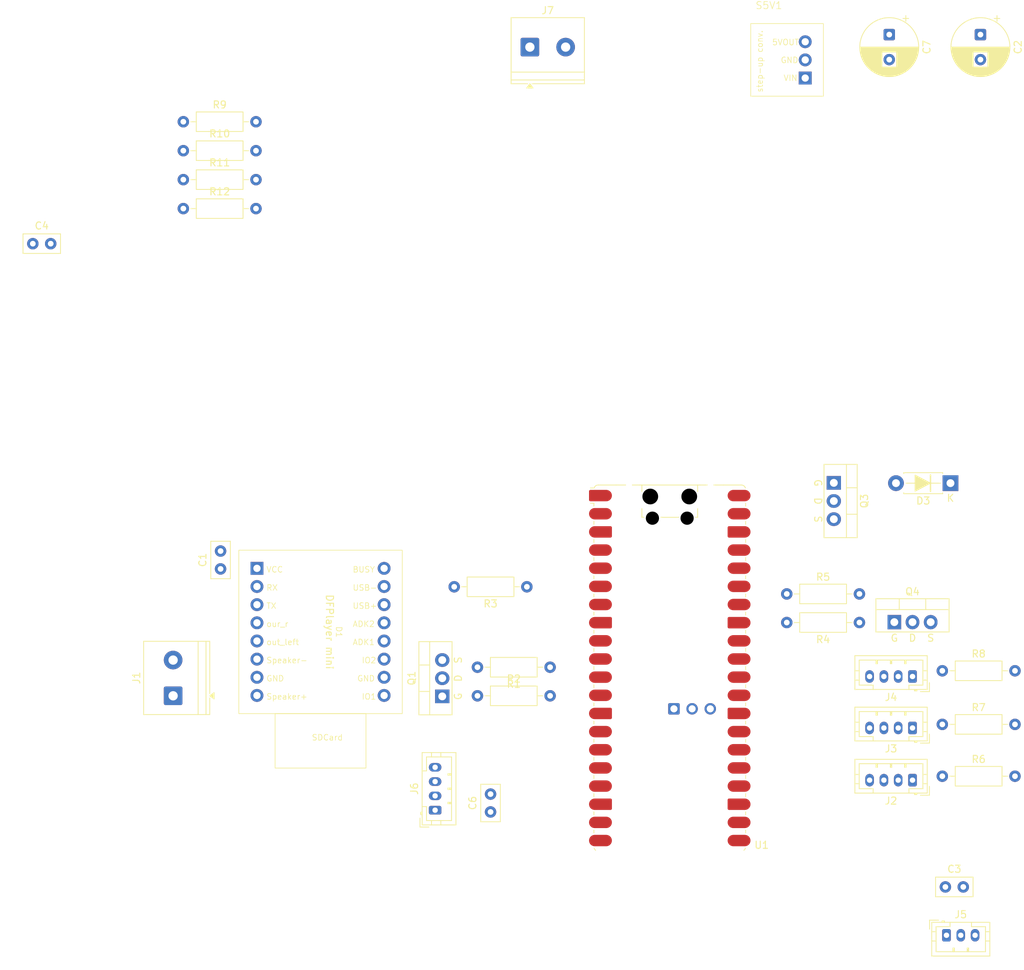
<source format=kicad_pcb>
(kicad_pcb (version 20241229) (generator "pcbnew") (generator_version "9.0")
  (layers (0 "F.Cu" signal) (2 "B.Cu" signal) (13 "F.Paste" user) (15 "B.Paste" user) (5 "F.SilkS" user "F.Silkscreen") (7 "B.SilkS" user "B.Silkscreen") (1 "F.Mask" user) (3 "B.Mask" user) (25 "Edge.Cuts" user))
  (net 0 "")
  (net 1 "GND")
  (net 2 "+5V")
  (net 3 "/VSYS")
  (net 4 "/VBUS")
  (net 5 "/GP19")
  (net 6 "Net-(J7-BAT+)")
  (net 7 "+3.3V")
  (net 9 "Net-(Q1-D)")
  (net 10 "/GP5")
  (net 12 "Net-(D1-USART_RX)")
  (net 14 "Net-(D1-Speaker_-)")
  (net 16 "/GP3")
  (net 21 "Net-(D1-Speaker_+)")
  (net 22 "Net-(J7-BAT-)")
  (net 23 "Net-(Q3-D)")
  (net 24 "Net-(J2-LED_3V3)")
  (net 25 "/GP20")
  (net 26 "Net-(J2-LED_GND)")
  (net 27 "/GP21")
  (net 28 "Net-(J3-LED_3V3)")
  (net 29 "/GP22")
  (net 30 "/GP6")
  (net 31 "/GP4")
  (net 32 "Net-(J4-LED_3V3)")
  (net 33 "/GP27")
  (net 34 "/GP28")
  (net 35 "/GP12")
  (net 36 "/GP13")
  (net 37 "Net-(Q1-G)")
  (net 38 "Net-(Q4-G)")
  (net 39 "/GP26")
  (footprint "Capacitor_THT:C_Disc_D5.0mm_W2.5mm_P2.50mm" (layer "F.Cu") (at 132.5 95 90)
    (property "Reference" "C1" (at 1.25 -2.5 90) (layer "F.SilkS"))
    (property "Value" "100nF_Ceramic")
    (pad "1" thru_hole circle (at 0 0 90) (size 1.6 1.6) (drill 0.8) (layers "*.Cu" "*.Mask") (net 2 "+5V"))
    (pad "2" thru_hole circle (at 2.5 0 90) (size 1.6 1.6) (drill 0.8) (layers "*.Cu" "*.Mask") (net 1 "GND"))
  )
  (footprint "Connector_JST:JST_PH_B4B-PH-K_1x04_P2.00mm_Vertical" (layer "F.Cu") (at 229.25 110.05 180)
    (property "Reference" "J4" (at 3 -2.9 0) (layer "F.SilkS"))
    (property "Value" "BTN_YELLOW")
    (pad "1" thru_hole roundrect (at 0 0 180) (size 1.2 1.75) (drill 0.75) (layers "*.Cu" "*.Mask") (roundrect_rratio 0.208333) (net 26 "Net-(J2-LED_GND)"))
    (pad "2" thru_hole oval (at 2 0 180) (size 1.2 1.75) (drill 0.75) (layers "*.Cu" "*.Mask") (net 32 "Net-(J4-LED_3V3)"))
    (pad "3" thru_hole oval (at 4 0 180) (size 1.2 1.75) (drill 0.75) (layers "*.Cu" "*.Mask") (net 1 "GND"))
    (pad "4" thru_hole oval (at 6 0 180) (size 1.2 1.75) (drill 0.75) (layers "*.Cu" "*.Mask") (net 29 "/GP22"))
  )
  (footprint "Capacitor_THT:C_Disc_D5.0mm_W2.5mm_P2.50mm" (layer "F.Cu") (at 233.85 139.49)
    (property "Reference" "C3" (at 1.25 -2.5 0) (layer "F.SilkS"))
    (property "Value" "100nF_Ceramic")
    (pad "1" thru_hole circle (at 0 0) (size 1.6 1.6) (drill 0.8) (layers "*.Cu" "*.Mask") (net 1 "GND"))
    (pad "2" thru_hole circle (at 2.5 0) (size 1.6 1.6) (drill 0.8) (layers "*.Cu" "*.Mask") (net 2 "+5V"))
  )
  (footprint "Resistor_THT:R_Axial_DIN0207_L6.3mm_D2.5mm_P10.16mm_Horizontal" (layer "F.Cu") (at 233.42 116.75)
    (property "Reference" "R7" (at 5.08 -2.37 0) (layer "F.SilkS"))
    (property "Value" "1K")
    (pad "1" thru_hole circle (at 0 0) (size 1.6 1.6) (drill 0.8) (layers "*.Cu" "*.Mask") (net 28 "Net-(J3-LED_3V3)"))
    (pad "2" thru_hole circle (at 10.16 0) (size 1.6 1.6) (drill 0.8) (layers "*.Cu" "*.Mask") (net 7 "+3.3V"))
  )
  (footprint "Resistor_THT:R_Axial_DIN0207_L6.3mm_D2.5mm_P10.16mm_Horizontal" (layer "F.Cu") (at 127.295302 36.49)
    (property "Reference" "R10" (at 5.08 -2.37 0) (layer "F.SilkS"))
    (property "Value" "1M")
    (pad "1" thru_hole circle (at 0 0) (size 1.6 1.6) (drill 0.8) (layers "*.Cu" "*.Mask") (net 3 "/VSYS"))
    (pad "2" thru_hole circle (at 10.16 0) (size 1.6 1.6) (drill 0.8) (layers "*.Cu" "*.Mask") (net 33 "/GP27"))
  )
  (footprint "Capacitor_THT:CP_Radial_D8.0mm_P3.50mm" (layer "F.Cu") (at 238.75 20.25 -90)
    (property "Reference" "C2" (at 1.75 -5.25 90) (layer "F.SilkS"))
    (property "Value" "470uF_16V")
    (pad "1" thru_hole roundrect (at 0 0 270) (size 1.6 1.6) (drill 0.8) (layers "*.Cu" "*.Mask") (roundrect_rratio 0.15625) (net 2 "+5V"))
    (pad "2" thru_hole circle (at 3.5 0 270) (size 1.6 1.6) (drill 0.8) (layers "*.Cu" "*.Mask") (net 1 "GND"))
  )
  (footprint "Resistor_THT:R_Axial_DIN0207_L6.3mm_D2.5mm_P10.16mm_Horizontal" (layer "F.Cu") (at 233.42 109.25)
    (property "Reference" "R8" (at 5.08 -2.37 0) (layer "F.SilkS"))
    (property "Value" "220ohm")
    (pad "1" thru_hole circle (at 0 0) (size 1.6 1.6) (drill 0.8) (layers "*.Cu" "*.Mask") (net 32 "Net-(J4-LED_3V3)"))
    (pad "2" thru_hole circle (at 10.16 0) (size 1.6 1.6) (drill 0.8) (layers "*.Cu" "*.Mask") (net 7 "+3.3V"))
  )
  (footprint "Resistor_THT:R_Axial_DIN0207_L6.3mm_D2.5mm_P10.16mm_Horizontal" (layer "F.Cu") (at 127.295302 44.59)
    (property "Reference" "R12" (at 5.08 -2.37 0) (layer "F.SilkS"))
    (property "Value" "1M")
    (pad "1" thru_hole circle (at 0 0) (size 1.6 1.6) (drill 0.8) (layers "*.Cu" "*.Mask") (net 4 "/VBUS"))
    (pad "2" thru_hole circle (at 10.16 0) (size 1.6 1.6) (drill 0.8) (layers "*.Cu" "*.Mask") (net 34 "/GP28"))
  )
  (footprint "Resistor_THT:R_Axial_DIN0207_L6.3mm_D2.5mm_P10.16mm_Horizontal" (layer "F.Cu") (at 127.295302 40.54)
    (property "Reference" "R11" (at 5.08 -2.37 0) (layer "F.SilkS"))
    (property "Value" "680k")
    (pad "1" thru_hole circle (at 0 0) (size 1.6 1.6) (drill 0.8) (layers "*.Cu" "*.Mask") (net 34 "/GP28"))
    (pad "2" thru_hole circle (at 10.16 0) (size 1.6 1.6) (drill 0.8) (layers "*.Cu" "*.Mask") (net 1 "GND"))
  )
  (footprint "TerminalBlock_Phoenix:TerminalBlock_Phoenix_PT-1,5-2-5.0-H_1x02_P5.00mm_Horizontal" (layer "F.Cu") (at 175.75 22)
    (property "Reference" "J7" (at 2.5 -5.12 0) (layer "F.SilkS"))
    (property "Value" "BAT - Screw_Terminal_2_P5.00mm")
    (pad "1" thru_hole roundrect (at 0 0) (size 2.6 2.6) (drill 1.3) (layers "*.Cu" "*.Mask") (roundrect_rratio 0.096154) (net 6 "Net-(J7-BAT+)"))
    (pad "2" thru_hole circle (at 5 0) (size 2.6 2.6) (drill 1.3) (layers "*.Cu" "*.Mask") (net 22 "Net-(J7-BAT-)"))
  )
  (footprint "Connector_JST:JST_PH_B4B-PH-K_1x04_P2.00mm_Vertical" (layer "F.Cu") (at 229.25 117.25 180)
    (property "Reference" "J3" (at 3 -2.9 0) (layer "F.SilkS"))
    (property "Value" "BTN BLUE")
    (pad "1" thru_hole roundrect (at 0 0 180) (size 1.2 1.75) (drill 0.75) (layers "*.Cu" "*.Mask") (roundrect_rratio 0.208333) (net 26 "Net-(J2-LED_GND)"))
    (pad "2" thru_hole oval (at 2 0 180) (size 1.2 1.75) (drill 0.75) (layers "*.Cu" "*.Mask") (net 28 "Net-(J3-LED_3V3)"))
    (pad "3" thru_hole oval (at 4 0 180) (size 1.2 1.75) (drill 0.75) (layers "*.Cu" "*.Mask") (net 1 "GND"))
    (pad "4" thru_hole oval (at 6 0 180) (size 1.2 1.75) (drill 0.75) (layers "*.Cu" "*.Mask") (net 27 "/GP21"))
  )
  (footprint "Capacitor_THT:C_Disc_D5.0mm_W2.5mm_P2.50mm" (layer "F.Cu") (at 170.25 129 90)
    (property "Reference" "C6" (at 1.25 -2.5 90) (layer "F.SilkS"))
    (property "Value" "100nF_Ceramic")
    (pad "1" thru_hole circle (at 0 0 90) (size 1.6 1.6) (drill 0.8) (layers "*.Cu" "*.Mask") (net 1 "GND"))
    (pad "2" thru_hole circle (at 2.5 0 90) (size 1.6 1.6) (drill 0.8) (layers "*.Cu" "*.Mask") (net 7 "+3.3V"))
  )
  (footprint "Resistor_THT:R_Axial_DIN0207_L6.3mm_D2.5mm_P10.16mm_Horizontal" (layer "F.Cu") (at 178.58 108.75 180)
    (property "Reference" "R1" (at 5.08 -2.37 0) (layer "F.SilkS"))
    (property "Value" "10k")
    (pad "1" thru_hole circle (at 0 0 180) (size 1.6 1.6) (drill 0.8) (layers "*.Cu" "*.Mask") (net 1 "GND"))
    (pad "2" thru_hole circle (at 10.16 0 180) (size 1.6 1.6) (drill 0.8) (layers "*.Cu" "*.Mask") (net 37 "Net-(Q1-G)"))
  )
  (footprint "Capacitor_THT:CP_Radial_D8.0mm_P3.50mm" (layer "F.Cu") (at 226 20.25 -90)
    (property "Reference" "C7" (at 1.75 -5.25 90) (layer "F.SilkS"))
    (property "Value" "470uF_16V")
    (pad "1" thru_hole roundrect (at 0 0 270) (size 1.6 1.6) (drill 0.8) (layers "*.Cu" "*.Mask") (roundrect_rratio 0.15625) (net 2 "+5V"))
    (pad "2" thru_hole circle (at 3.5 0 270) (size 1.6 1.6) (drill 0.8) (layers "*.Cu" "*.Mask") (net 1 "GND"))
  )
  (footprint "Module:RaspberryPi_Pico_W_SMD_HandSolder" (layer "F.Cu") (at 195.31 108.87)
    (property "Reference" "U1" (at 11.7475 24.765 0) (layer "F.SilkS") (effects (justify left)))
    (property "Value" "Pico")
    (pad "" smd rect (at -8.89 -24.13) (size 3.8 2.2) (drill (offset -0.8 0)) (layers "F.Paste"))
    (pad "" smd rect (at -8.89 -21.59) (size 3.8 2.2) (drill (offset -0.8 0)) (layers "F.Paste"))
    (pad "" smd rect (at -8.89 -19.05) (size 3.8 2.2) (drill (offset -0.8 0)) (layers "F.Paste"))
    (pad "" smd rect (at -8.89 -16.51) (size 3.8 2.2) (drill (offset -0.8 0)) (layers "F.Paste"))
    (pad "" smd rect (at -8.89 -13.97) (size 3.8 2.2) (drill (offset -0.8 0)) (layers "F.Paste"))
    (pad "" smd rect (at -8.89 -11.43) (size 3.8 2.2) (drill (offset -0.8 0)) (layers "F.Paste"))
    (pad "" smd rect (at -8.89 -8.89) (size 3.8 2.2) (drill (offset -0.8 0)) (layers "F.Paste"))
    (pad "" smd rect (at -8.89 -6.35) (size 3.8 2.2) (drill (offset -0.8 0)) (layers "F.Paste"))
    (pad "" smd rect (at -8.89 -3.81) (size 3.8 2.2) (drill (offset -0.8 0)) (layers "F.Paste"))
    (pad "" smd rect (at -8.89 -1.27) (size 3.8 2.2) (drill (offset -0.8 0)) (layers "F.Paste"))
    (pad "" smd rect (at -8.89 1.27) (size 3.8 2.2) (drill (offset -0.8 0)) (layers "F.Paste"))
    (pad "" smd rect (at -8.89 3.81) (size 3.8 2.2) (drill (offset -0.8 0)) (layers "F.Paste"))
    (pad "" smd rect (at -8.89 6.35) (size 3.8 2.2) (drill (offset -0.8 0)) (layers "F.Paste"))
    (pad "" smd rect (at -8.89 8.89) (size 3.8 2.2) (drill (offset -0.8 0)) (layers "F.Paste"))
    (pad "" smd rect (at -8.89 11.43) (size 3.8 2.2) (drill (offset -0.8 0)) (layers "F.Paste"))
    (pad "" smd rect (at -8.89 13.97) (size 3.8 2.2) (drill (offset -0.8 0)) (layers "F.Paste"))
    (pad "" smd rect (at -8.89 16.51) (size 3.8 2.2) (drill (offset -0.8 0)) (layers "F.Paste"))
    (pad "" smd rect (at -8.89 19.05) (size 3.8 2.2) (drill (offset -0.8 0)) (layers "F.Paste"))
    (pad "" smd rect (at -8.89 21.59) (size 3.8 2.2) (drill (offset -0.8 0)) (layers "F.Paste"))
    (pad "" smd rect (at -8.89 24.13) (size 3.8 2.2) (drill (offset -0.8 0)) (layers "F.Paste"))
    (pad "" np_thru_hole circle (at -2.725 -24) (size 2.2 2.2) (drill 2.2) (layers "*.Mask"))
    (pad "" np_thru_hole circle (at -2.425 -20.97) (size 1.85 1.85) (drill 1.85) (layers "*.Mask"))
    (pad "" np_thru_hole circle (at 2.425 -20.97) (size 1.85 1.85) (drill 1.85) (layers "*.Mask"))
    (pad "" np_thru_hole circle (at 2.725 -24) (size 2.2 2.2) (drill 2.2) (layers "*.Mask"))
    (pad "" smd rect (at 8.89 -24.13) (size 3.8 2.2) (drill (offset 0.8 0)) (layers "F.Paste"))
    (pad "" smd rect (at 8.89 -21.59) (size 3.8 2.2) (drill (offset 0.8 0)) (layers "F.Paste"))
    (pad "" smd rect (at 8.89 -19.05) (size 3.8 2.2) (drill (offset 0.8 0)) (layers "F.Paste"))
    (pad "" smd rect (at 8.89 -16.51) (size 3.8 2.2) (drill (offset 0.8 0)) (layers "F.Paste"))
    (pad "" smd rect (at 8.89 -13.97) (size 3.8 2.2) (drill (offset 0.8 0)) (layers "F.Paste"))
    (pad "" smd rect (at 8.89 -11.43) (size 3.8 2.2) (drill (offset 0.8 0)) (layers "F.Paste"))
    (pad "" smd rect (at 8.89 -8.89) (size 3.8 2.2) (drill (offset 0.8 0)) (layers "F.Paste"))
    (pad "" smd rect (at 8.89 -6.35) (size 3.8 2.2) (drill (offset 0.8 0)) (layers "F.Paste"))
    (pad "" smd rect (at 8.89 -3.81) (size 3.8 2.2) (drill (offset 0.8 0)) (layers "F.Paste"))
    (pad "" smd rect (at 8.89 -1.27) (size 3.8 2.2) (drill (offset 0.8 0)) (layers "F.Paste"))
    (pad "" smd rect (at 8.89 1.27) (size 3.8 2.2) (drill (offset 0.8 0)) (layers "F.Paste"))
    (pad "" smd rect (at 8.89 3.81) (size 3.8 2.2) (drill (offset 0.8 0)) (layers "F.Paste"))
    (pad "" smd rect (at 8.89 6.35) (size 3.8 2.2) (drill (offset 0.8 0)) (layers "F.Paste"))
    (pad "" smd rect (at 8.89 8.89) (size 3.8 2.2) (drill (offset 0.8 0)) (layers "F.Paste"))
    (pad "" smd rect (at 8.89 11.43) (size 3.8 2.2) (drill (offset 0.8 0)) (layers "F.Paste"))
    (pad "" smd rect (at 8.89 13.97) (size 3.8 2.2) (drill (offset 0.8 0)) (layers "F.Paste"))
    (pad "" smd rect (at 8.89 16.51) (size 3.8 2.2) (drill (offset 0.8 0)) (layers "F.Paste"))
    (pad "" smd rect (at 8.89 19.05) (size 3.8 2.2) (drill (offset 0.8 0)) (layers "F.Paste"))
    (pad "" smd rect (at 8.89 21.59) (size 3.8 2.2) (drill (offset 0.8 0)) (layers "F.Paste"))
    (pad "" smd rect (at 8.89 24.13) (size 3.8 2.2) (drill (offset 0.8 0)) (layers "F.Paste"))
    (pad "1" smd custom (at -9.69 -24.13) (size 1.6 0.8) (layers "F.Cu" "F.Mask") (options (clearance outline) (anchor rect)) (primitives (gr_circle (center 0.8 0) (end 1.6 0) (width 0) (fill yes)) (gr_poly (pts (xy -1.6 -0.6) (xy -1.6 0.6) (xy -1.4 0.8) (xy 0.8 0.8) (xy 0.8 -0.8) (xy -1.4 -0.8)) (width 0) (fill yes)) (gr_circle (center -1.4 -0.6) (end -1.2 -0.6) (width 0) (fill yes)) (gr_circle (center -1.4 0.6) (end -1.2 0.6) (width 0) (fill yes))))
    (pad "2" smd roundrect (at -9.69 -21.59) (size 3.2 1.6) (layers "F.Cu" "F.Mask") (roundrect_rratio 0.5))
    (pad "3" smd custom (at -9.69 -19.05) (size 1.6 0.8) (layers "F.Cu" "F.Mask") (net 1 "GND") (options (clearance outline) (anchor rect)) (primitives (gr_circle (center -0.8 0) (end 0 0) (width 0) (fill yes)) (gr_poly (pts (xy 1.6 -0.6) (xy 1.6 0.6) (xy 1.4 0.8) (xy -0.8 0.8) (xy -0.8 -0.8) (xy 1.4 -0.8)) (width 0) (fill yes)) (gr_circle (center 1.4 -0.6) (end 1.6 -0.6) (width 0) (fill yes)) (gr_circle (center 1.4 0.6) (end 1.6 0.6) (width 0) (fill yes))))
    (pad "4" smd roundrect (at -9.69 -16.51) (size 3.2 1.6) (layers "F.Cu" "F.Mask") (roundrect_rratio 0.5))
    (pad "5" smd roundrect (at -9.69 -13.97) (size 3.2 1.6) (layers "F.Cu" "F.Mask") (roundrect_rratio 0.5) (net 16 "/GP3"))
    (pad "6" smd roundrect (at -9.69 -11.43) (size 3.2 1.6) (layers "F.Cu" "F.Mask") (roundrect_rratio 0.5) (net 31 "/GP4"))
    (pad "7" smd roundrect (at -9.69 -8.89) (size 3.2 1.6) (layers "F.Cu" "F.Mask") (roundrect_rratio 0.5) (net 10 "/GP5"))
    (pad "8" smd custom (at -9.69 -6.35) (size 1.6 0.8) (layers "F.Cu" "F.Mask") (net 1 "GND") (options (clearance outline) (anchor rect)) (primitives (gr_circle (center -0.8 0) (end 0 0) (width 0) (fill yes)) (gr_poly (pts (xy 1.6 -0.6) (xy 1.6 0.6) (xy 1.4 0.8) (xy -0.8 0.8) (xy -0.8 -0.8) (xy 1.4 -0.8)) (width 0) (fill yes)) (gr_circle (center 1.4 -0.6) (end 1.6 -0.6) (width 0) (fill yes)) (gr_circle (center 1.4 0.6) (end 1.6 0.6) (width 0) (fill yes))))
    (pad "9" smd roundrect (at -9.69 -3.81) (size 3.2 1.6) (layers "F.Cu" "F.Mask") (roundrect_rratio 0.5) (net 30 "/GP6"))
    (pad "10" smd roundrect (at -9.69 -1.27) (size 3.2 1.6) (layers "F.Cu" "F.Mask") (roundrect_rratio 0.5))
    (pad "11" smd roundrect (at -9.69 1.27) (size 3.2 1.6) (layers "F.Cu" "F.Mask") (roundrect_rratio 0.5))
    (pad "12" smd roundrect (at -9.69 3.81) (size 3.2 1.6) (layers "F.Cu" "F.Mask") (roundrect_rratio 0.5))
    (pad "13" smd custom (at -9.69 6.35) (size 1.6 0.8) (layers "F.Cu" "F.Mask") (net 1 "GND") (options (clearance outline) (anchor rect)) (primitives (gr_circle (center -0.8 0) (end 0 0) (width 0) (fill yes)) (gr_poly (pts (xy 1.6 -0.6) (xy 1.6 0.6) (xy 1.4 0.8) (xy -0.8 0.8) (xy -0.8 -0.8) (xy 1.4 -0.8)) (width 0) (fill yes)) (gr_circle (center 1.4 -0.6) (end 1.6 -0.6) (width 0) (fill yes)) (gr_circle (center 1.4 0.6) (end 1.6 0.6) (width 0) (fill yes))))
    (pad "14" smd roundrect (at -9.69 8.89) (size 3.2 1.6) (layers "F.Cu" "F.Mask") (roundrect_rratio 0.5))
    (pad "15" smd roundrect (at -9.69 11.43) (size 3.2 1.6) (layers "F.Cu" "F.Mask") (roundrect_rratio 0.5))
    (pad "16" smd roundrect (at -9.69 13.97) (size 3.2 1.6) (layers "F.Cu" "F.Mask") (roundrect_rratio 0.5) (net 35 "/GP12"))
    (pad "17" smd roundrect (at -9.69 16.51) (size 3.2 1.6) (layers "F.Cu" "F.Mask") (roundrect_rratio 0.5) (net 36 "/GP13"))
    (pad "18" smd custom (at -9.69 19.05) (size 1.6 0.8) (layers "F.Cu" "F.Mask") (net 1 "GND") (options (clearance outline) (anchor rect)) (primitives (gr_circle (center -0.8 0) (end 0 0) (width 0) (fill yes)) (gr_poly (pts (xy 1.6 -0.6) (xy 1.6 0.6) (xy 1.4 0.8) (xy -0.8 0.8) (xy -0.8 -0.8) (xy 1.4 -0.8)) (width 0) (fill yes)) (gr_circle (center 1.4 -0.6) (end 1.6 -0.6) (width 0) (fill yes)) (gr_circle (center 1.4 0.6) (end 1.6 0.6) (width 0) (fill yes))))
    (pad "19" smd roundrect (at -9.69 21.59) (size 3.2 1.6) (layers "F.Cu" "F.Mask") (roundrect_rratio 0.5))
    (pad "20" smd roundrect (at -9.69 24.13) (size 3.2 1.6) (layers "F.Cu" "F.Mask") (roundrect_rratio 0.5))
    (pad "21" smd roundrect (at 9.69 24.13) (size 3.2 1.6) (layers "F.Cu" "F.Mask") (roundrect_rratio 0.5))
    (pad "22" smd roundrect (at 9.69 21.59) (size 3.2 1.6) (layers "F.Cu" "F.Mask") (roundrect_rratio 0.5))
    (pad "23" smd custom (at 9.69 19.05) (size 1.6 0.8) (layers "F.Cu" "F.Mask") (net 1 "GND") (options (clearance outline) (anchor rect)) (primitives (gr_circle (center 0.8 0) (end 1.6 0) (width 0) (fill yes)) (gr_poly (pts (xy -1.6 -0.6) (xy -1.6 0.6) (xy -1.4 0.8) (xy 0.8 0.8) (xy 0.8 -0.8) (xy -1.4 -0.8)) (width 0) (fill yes)) (gr_circle (center -1.4 -0.6) (end -1.2 -0.6) (width 0) (fill yes)) (gr_circle (center -1.4 0.6) (end -1.2 0.6) (width 0) (fill yes))))
    (pad "24" smd roundrect (at 9.69 16.51) (size 3.2 1.6) (layers "F.Cu" "F.Mask") (roundrect_rratio 0.5))
    (pad "25" smd roundrect (at 9.69 13.97) (size 3.2 1.6) (layers "F.Cu" "F.Mask") (roundrect_rratio 0.5) (net 5 "/GP19"))
    (pad "26" smd roundrect (at 9.69 11.43) (size 3.2 1.6) (layers "F.Cu" "F.Mask") (roundrect_rratio 0.5) (net 25 "/GP20"))
    (pad "27" smd roundrect (at 9.69 8.89) (size 3.2 1.6) (layers "F.Cu" "F.Mask") (roundrect_rratio 0.5) (net 27 "/GP21"))
    (pad "28" smd custom (at 9.69 6.35) (size 1.6 0.8) (layers "F.Cu" "F.Mask") (net 1 "GND") (options (clearance outline) (anchor rect)) (primitives (gr_circle (center 0.8 0) (end 1.6 0) (width 0) (fill yes)) (gr_poly (pts (xy -1.6 -0.6) (xy -1.6 0.6) (xy -1.4 0.8) (xy 0.8 0.8) (xy 0.8 -0.8) (xy -1.4 -0.8)) (width 0) (fill yes)) (gr_circle (center -1.4 -0.6) (end -1.2 -0.6) (width 0) (fill yes)) (gr_circle (center -1.4 0.6) (end -1.2 0.6) (width 0) (fill yes))))
    (pad "29" smd roundrect (at 9.69 3.81) (size 3.2 1.6) (layers "F.Cu" "F.Mask") (roundrect_rratio 0.5) (net 29 "/GP22"))
    (pad "30" smd roundrect (at 9.69 1.27) (size 3.2 1.6) (layers "F.Cu" "F.Mask") (roundrect_rratio 0.5))
    (pad "31" smd roundrect (at 9.69 -1.27) (size 3.2 1.6) (layers "F.Cu" "F.Mask") (roundrect_rratio 0.5) (net 39 "/GP26"))
    (pad "32" smd roundrect (at 9.69 -3.81) (size 3.2 1.6) (layers "F.Cu" "F.Mask") (roundrect_rratio 0.5) (net 33 "/GP27"))
    (pad "33" smd custom (at 9.69 -6.35) (size 1.6 0.8) (layers "F.Cu" "F.Mask") (options (clearance outline) (anchor rect)) (primitives (gr_circle (center 0.8 0) (end 1.6 0) (width 0) (fill yes)) (gr_poly (pts (xy -1.6 -0.6) (xy -1.6 0.6) (xy -1.4 0.8) (xy 0.8 0.8) (xy 0.8 -0.8) (xy -1.4 -0.8)) (width 0) (fill yes)) (gr_circle (center -1.4 -0.6) (end -1.2 -0.6) (width 0) (fill yes)) (gr_circle (center -1.4 0.6) (end -1.2 0.6) (width 0) (fill yes))))
    (pad "34" smd roundrect (at 9.69 -8.89) (size 3.2 1.6) (layers "F.Cu" "F.Mask") (roundrect_rratio 0.5) (net 4 "/VBUS"))
    (pad "35" smd roundrect (at 9.69 -11.43) (size 3.2 1.6) (layers "F.Cu" "F.Mask") (roundrect_rratio 0.5))
    (pad "36" smd roundrect (at 9.69 -13.97) (size 3.2 1.6) (layers "F.Cu" "F.Mask") (roundrect_rratio 0.5) (net 7 "+3.3V"))
    (pad "37" smd roundrect (at 9.69 -16.51) (size 3.2 1.6) (layers "F.Cu" "F.Mask") (roundrect_rratio 0.5))
    (pad "38" smd custom (at 9.69 -19.05) (size 1.6 0.8) (layers "F.Cu" "F.Mask") (net 1 "GND") (options (clearance outline) (anchor rect)) (primitives (gr_circle (center 0.8 0) (end 1.6 0) (width 0) (fill yes)) (gr_poly (pts (xy -1.6 -0.6) (xy -1.6 0.6) (xy -1.4 0.8) (xy 0.8 0.8) (xy 0.8 -0.8) (xy -1.4 -0.8)) (width 0) (fill yes)) (gr_circle (center -1.4 -0.6) (end -1.2 -0.6) (width 0) (fill yes)) (gr_circle (center -1.4 0.6) (end -1.2 0.6) (width 0) (fill yes))))
    (pad "39" smd roundrect (at 9.69 -21.59) (size 3.2 1.6) (layers "F.Cu" "F.Mask") (roundrect_rratio 0.5) (net 3 "/VSYS"))
    (pad "40" smd roundrect (at 9.69 -24.13) (size 3.2 1.6) (layers "F.Cu" "F.Mask") (roundrect_rratio 0.5) (net 4 "/VBUS"))
    (pad "D1" thru_hole roundrect (at 0.5841 5.7) (size 1.6 1.6) (drill 1) (layers "*.Cu" "*.Mask") (roundrect_rratio 0.125))
    (pad "D2" thru_hole circle (at 3.1241 5.7) (size 1.6 1.6) (drill 1) (layers "*.Cu" "*.Mask"))
    (pad "D3" thru_hole circle (at 5.6641 5.7) (size 1.6 1.6) (drill 1) (layers "*.Cu" "*.Mask"))
  )
  (footprint "Capacitor_THT:C_Disc_D5.0mm_W2.5mm_P2.50mm" (layer "F.Cu") (at 106.25 49.5)
    (property "Reference" "C4" (at 1.25 -2.5 0) (layer "F.SilkS"))
    (property "Value" "100nF_Ceramic")
    (pad "1" thru_hole circle (at 0 0) (size 1.6 1.6) (drill 0.8) (layers "*.Cu" "*.Mask") (net 1 "GND"))
    (pad "2" thru_hole circle (at 2.5 0) (size 1.6 1.6) (drill 0.8) (layers "*.Cu" "*.Mask") (net 2 "+5V"))
  )
  (footprint "common-hobby-things:DFPlayer mini" (layer "F.Cu") (at 147.75 100)
    (property "Reference" "D1" (at 1.3 3.81 270) (layer "F.SilkS") (effects (font (size 0.8 0.8) (thickness 0.1))))
    (property "Value" "DFPlayer mini" (at 0 3.81 270) (layer "F.SilkS"))
    (fp_text user "out_left" (at -8.89 5.715 0) (layer "F.SilkS") (effects (font (size 0.8 0.8) (thickness 0.1)) (justify left bottom)))
    (fp_text user "USB+" (at 3.175 0.635 0) (layer "F.SilkS") (effects (font (size 0.8 0.8) (thickness 0.1)) (justify left bottom)))
    (fp_text user "RX" (at -8.89 -1.905 0) (layer "F.SilkS") (effects (font (size 0.8 0.8) (thickness 0.1)) (justify left bottom)))
    (fp_text user "Speaker-" (at -8.89 8.255 0) (layer "F.SilkS") (effects (font (size 0.8 0.8) (thickness 0.1)) (justify left bottom)))
    (fp_text user "our_r" (at -8.89 3.175 0) (layer "F.SilkS") (effects (font (size 0.8 0.8) (thickness 0.1)) (justify left bottom)))
    (fp_text user "BUSY" (at 3.175 -4.445 0) (layer "F.SilkS") (effects (font (size 0.8 0.8) (thickness 0.1)) (justify left bottom)))
    (fp_text user "GND" (at 3.81 10.795 0) (layer "F.SilkS") (effects (font (size 0.8 0.8) (thickness 0.1)) (justify left bottom)))
    (fp_text user "IO1" (at 4.445 13.335 0) (layer "F.SilkS") (effects (font (size 0.8 0.8) (thickness 0.1)) (justify left bottom)))
    (fp_text user "SDCard" (at -2.54 19.05 0) (layer "F.SilkS") (effects (font (size 0.8 0.8) (thickness 0.1)) (justify left bottom)))
    (fp_text user "GND" (at -8.89 10.795 0) (layer "F.SilkS") (effects (font (size 0.8 0.8) (thickness 0.1)) (justify left bottom)))
    (fp_text user "VCC" (at -8.89 -4.445 0) (layer "F.SilkS") (effects (font (size 0.8 0.8) (thickness 0.1)) (justify left bottom)))
    (fp_text user "TX" (at -8.89 0.635 0) (layer "F.SilkS") (effects (font (size 0.8 0.8) (thickness 0.1)) (justify left bottom)))
    (fp_text user "Speaker+" (at -8.89 13.335 0) (layer "F.SilkS") (effects (font (size 0.8 0.8) (thickness 0.1)) (justify left bottom)))
    (fp_text user "ADK2" (at 3.175 3.175 0) (layer "F.SilkS") (effects (font (size 0.8 0.8) (thickness 0.1)) (justify left bottom)))
    (fp_text user "USB-" (at 3.175 -1.905 0) (layer "F.SilkS") (effects (font (size 0.8 0.8) (thickness 0.1)) (justify left bottom)))
    (fp_text user "ADK1" (at 3.175 5.715 0) (layer "F.SilkS") (effects (font (size 0.8 0.8) (thickness 0.1)) (justify left bottom)))
    (fp_text user "IO2" (at 4.445 8.255 0) (layer "F.SilkS") (effects (font (size 0.8 0.8) (thickness 0.1)) (justify left bottom)))
    (pad "1" thru_hole rect (at -10.16 -5.08) (size 1.8 1.8) (drill 1.02) (layers "*.Cu" "*.Mask") (net 2 "+5V"))
    (pad "2" thru_hole circle (at -10.16 -2.54) (size 1.8 1.8) (drill 1.02) (layers "*.Cu" "*.Mask") (net 12 "Net-(D1-USART_RX)"))
    (pad "3" thru_hole circle (at -10.16 0) (size 1.8 1.8) (drill 1.02) (layers "*.Cu" "*.Mask") (net 10 "/GP5"))
    (pad "4" thru_hole circle (at -10.16 2.54) (size 1.8 1.8) (drill 1.02) (layers "*.Cu" "*.Mask"))
    (pad "5" thru_hole circle (at -10.16 5.08) (size 1.8 1.8) (drill 1.02) (layers "*.Cu" "*.Mask"))
    (pad "6" thru_hole circle (at -10.16 7.62) (size 1.8 1.8) (drill 1.02) (layers "*.Cu" "*.Mask") (net 14 "Net-(D1-Speaker_-)"))
    (pad "7" thru_hole circle (at -10.16 10.16) (size 1.8 1.8) (drill 1.02) (layers "*.Cu" "*.Mask") (net 9 "Net-(Q1-D)"))
    (pad "8" thru_hole circle (at -10.16 12.7) (size 1.8 1.8) (drill 1.02) (layers "*.Cu" "*.Mask") (net 21 "Net-(D1-Speaker_+)"))
    (pad "9" thru_hole circle (at 7.62 -5.08) (size 1.8 1.8) (drill 1.02) (layers "*.Cu" "*.Mask") (net 16 "/GP3"))
    (pad "10" thru_hole circle (at 7.62 -2.54) (size 1.8 1.8) (drill 1.02) (layers "*.Cu" "*.Mask"))
    (pad "11" thru_hole circle (at 7.62 0) (size 1.8 1.8) (drill 1.02) (layers "*.Cu" "*.Mask"))
    (pad "12" thru_hole circle (at 7.62 2.54) (size 1.8 1.8) (drill 1.02) (layers "*.Cu" "*.Mask"))
    (pad "13" thru_hole circle (at 7.62 5.08) (size 1.8 1.8) (drill 1.02) (layers "*.Cu" "*.Mask"))
    (pad "14" thru_hole circle (at 7.62 7.62) (size 1.8 1.8) (drill 1.02) (layers "*.Cu" "*.Mask"))
    (pad "15" thru_hole circle (at 7.62 10.16) (size 1.8 1.8) (drill 1.02) (layers "*.Cu" "*.Mask") (net 9 "Net-(Q1-D)"))
    (pad "16" thru_hole circle (at 7.62 12.7) (size 1.8 1.8) (drill 1.02) (layers "*.Cu" "*.Mask"))
  )
  (footprint "Resistor_THT:R_Axial_DIN0207_L6.3mm_D2.5mm_P10.16mm_Horizontal" (layer "F.Cu") (at 168.42 112.75)
    (property "Reference" "R2" (at 5.08 -2.37 0) (layer "F.SilkS"))
    (property "Value" "100ohm")
    (pad "1" thru_hole circle (at 0 0) (size 1.6 1.6) (drill 0.8) (layers "*.Cu" "*.Mask") (net 37 "Net-(Q1-G)"))
    (pad "2" thru_hole circle (at 10.16 0) (size 1.6 1.6) (drill 0.8) (layers "*.Cu" "*.Mask") (net 30 "/GP6"))
  )
  (footprint "TerminalBlock_Phoenix:TerminalBlock_Phoenix_PT-1,5-2-5.0-H_1x02_P5.00mm_Horizontal" (layer "F.Cu") (at 125.8675 112.75 90)
    (property "Reference" "J1" (at 2.5 -5.12 90) (layer "F.SilkS"))
    (property "Value" "Screw_Terminal_2_P5.00mm")
    (pad "1" thru_hole roundrect (at 0 0 90) (size 2.6 2.6) (drill 1.3) (layers "*.Cu" "*.Mask") (roundrect_rratio 0.096154) (net 21 "Net-(D1-Speaker_+)"))
    (pad "2" thru_hole circle (at 5 0 90) (size 2.6 2.6) (drill 1.3) (layers "*.Cu" "*.Mask") (net 14 "Net-(D1-Speaker_-)"))
  )
  (footprint "Resistor_THT:R_Axial_DIN0207_L6.3mm_D2.5mm_P10.16mm_Horizontal" (layer "F.Cu") (at 127.295302 32.44)
    (property "Reference" "R9" (at 5.08 -2.37 0) (layer "F.SilkS"))
    (property "Value" "680k")
    (pad "1" thru_hole circle (at 0 0) (size 1.6 1.6) (drill 0.8) (layers "*.Cu" "*.Mask") (net 33 "/GP27"))
    (pad "2" thru_hole circle (at 10.16 0) (size 1.6 1.6) (drill 0.8) (layers "*.Cu" "*.Mask") (net 1 "GND"))
  )
  (footprint "Resistor_THT:R_Axial_DIN0207_L6.3mm_D2.5mm_P10.16mm_Horizontal" (layer "F.Cu") (at 211.67 98.5)
    (property "Reference" "R5" (at 5.08 -2.37 0) (layer "F.SilkS"))
    (property "Value" "10k")
    (pad "1" thru_hole circle (at 0 0) (size 1.6 1.6) (drill 0.8) (layers "*.Cu" "*.Mask") (net 1 "GND"))
    (pad "2" thru_hole circle (at 10.16 0) (size 1.6 1.6) (drill 0.8) (layers "*.Cu" "*.Mask") (net 38 "Net-(Q4-G)"))
  )
  (footprint "PCM_Package_TO_SOT_THT_AKL:TO-220-3_Vertical_GDS" (layer "F.Cu") (at 226.71 102.445)
    (property "Reference" "Q4" (at 2.54 -4.27 0) (layer "F.SilkS"))
    (property "Value" "IRLZ44N" (hide yes))
    (fp_text user "D" (at 2.54 2.2225 0) (layer "F.SilkS"))
    (fp_text user "G" (at 0 2.2225 0) (layer "F.SilkS"))
    (fp_text user "S" (at 5.08 2.2225 0) (layer "F.SilkS"))
    (pad "1" thru_hole rect (at 0 0) (size 1.905 2) (drill 1.1) (layers "*.Cu" "*.Mask") (net 38 "Net-(Q4-G)"))
    (pad "2" thru_hole oval (at 2.54 0) (size 1.905 2) (drill 1.1) (layers "*.Cu" "*.Mask") (net 26 "Net-(J2-LED_GND)"))
    (pad "3" thru_hole oval (at 5.08 0) (size 1.905 2) (drill 1.1) (layers "*.Cu" "*.Mask") (net 1 "GND"))
  )
  (footprint "Connector_JST:JST_PH_B3B-PH-K_1x03_P2.00mm_Vertical" (layer "F.Cu") (at 234 146.25)
    (property "Reference" "J5" (at 2 -2.9 0) (layer "F.SilkS"))
    (property "Value" "NEOPIXEL")
    (pad "1" thru_hole roundrect (at 0 0) (size 1.2 1.75) (drill 0.75) (layers "*.Cu" "*.Mask") (roundrect_rratio 0.208333) (net 1 "GND"))
    (pad "2" thru_hole oval (at 2 0) (size 1.2 1.75) (drill 0.75) (layers "*.Cu" "*.Mask") (net 2 "+5V"))
    (pad "3" thru_hole oval (at 4 0) (size 1.2 1.75) (drill 0.75) (layers "*.Cu" "*.Mask") (net 5 "/GP19"))
  )
  (footprint "PCM_Package_TO_SOT_THT_AKL:TO-220-3_Vertical_GDS" (layer "F.Cu") (at 163.5 112.83 90)
    (property "Reference" "Q1" (at 2.54 -4.27 90) (layer "F.SilkS"))
    (property "Value" "IRLZ44N" (hide yes))
    (fp_text user "G" (at 0 2.2225 90) (layer "F.SilkS"))
    (fp_text user "S" (at 5.08 2.2225 90) (layer "F.SilkS"))
    (fp_text user "D" (at 2.54 2.2225 90) (layer "F.SilkS"))
    (pad "1" thru_hole rect (at 0 0 90) (size 1.905 2) (drill 1.1) (layers "*.Cu" "*.Mask") (net 37 "Net-(Q1-G)"))
    (pad "2" thru_hole oval (at 2.54 0 90) (size 1.905 2) (drill 1.1) (layers "*.Cu" "*.Mask") (net 9 "Net-(Q1-D)"))
    (pad "3" thru_hole oval (at 5.08 0 90) (size 1.905 2) (drill 1.1) (layers "*.Cu" "*.Mask") (net 1 "GND"))
  )
  (footprint "Connector_JST:JST_PH_B4B-PH-K_1x04_P2.00mm_Vertical" (layer "F.Cu") (at 229.25 124.55 180)
    (property "Reference" "J2" (at 3 -2.9 0) (layer "F.SilkS"))
    (property "Value" "BTN GREEN")
    (pad "1" thru_hole roundrect (at 0 0 180) (size 1.2 1.75) (drill 0.75) (layers "*.Cu" "*.Mask") (roundrect_rratio 0.208333) (net 26 "Net-(J2-LED_GND)"))
    (pad "2" thru_hole oval (at 2 0 180) (size 1.2 1.75) (drill 0.75) (layers "*.Cu" "*.Mask") (net 24 "Net-(J2-LED_3V3)"))
    (pad "3" thru_hole oval (at 4 0 180) (size 1.2 1.75) (drill 0.75) (layers "*.Cu" "*.Mask") (net 1 "GND"))
    (pad "4" thru_hole oval (at 6 0 180) (size 1.2 1.75) (drill 0.75) (layers "*.Cu" "*.Mask") (net 25 "/GP20"))
  )
  (footprint "Resistor_THT:R_Axial_DIN0207_L6.3mm_D2.5mm_P10.16mm_Horizontal" (layer "F.Cu") (at 175.33 97.5 180)
    (property "Reference" "R3" (at 5.08 -2.37 0) (layer "F.SilkS"))
    (property "Value" "1k")
    (pad "1" thru_hole circle (at 0 0 180) (size 1.6 1.6) (drill 0.8) (layers "*.Cu" "*.Mask") (net 31 "/GP4"))
    (pad "2" thru_hole circle (at 10.16 0 180) (size 1.6 1.6) (drill 0.8) (layers "*.Cu" "*.Mask") (net 12 "Net-(D1-USART_RX)"))
  )
  (footprint "Resistor_THT:R_Axial_DIN0207_L6.3mm_D2.5mm_P10.16mm_Horizontal" (layer "F.Cu") (at 233.42 124)
    (property "Reference" "R6" (at 5.08 -2.37 0) (layer "F.SilkS"))
    (property "Value" "2K2")
    (pad "1" thru_hole circle (at 0 0) (size 1.6 1.6) (drill 0.8) (layers "*.Cu" "*.Mask") (net 24 "Net-(J2-LED_3V3)"))
    (pad "2" thru_hole circle (at 10.16 0) (size 1.6 1.6) (drill 0.8) (layers "*.Cu" "*.Mask") (net 7 "+3.3V"))
  )
  (footprint "common-hobby-things:Pololu step-up converter 2.5-5.5V in 5V out" (layer "F.Cu") (at 209.17 23.79)
    (property "Reference" "S5V1" (at 0 -7.62 0) (layer "F.SilkS") (effects (font (thickness 0.1))))
    (property "Value" "BST CONV 5V")
    (fp_text user "GND" (at 1.6 0.5 0) (layer "F.SilkS") (effects (font (size 0.8 0.8) (thickness 0.1)) (justify left bottom)))
    (fp_text user "5VOUT" (at 0.4 -2 0) (layer "F.SilkS") (effects (font (size 0.8 0.8) (thickness 0.1)) (justify left bottom)))
    (fp_text user "step-up conv." (at -0.8 4.6 90) (layer "F.SilkS") (effects (font (size 0.8 0.8) (thickness 0.1)) (justify left bottom)))
    (fp_text user "VIN" (at 2 3 0) (layer "F.SilkS") (effects (font (size 0.8 0.8) (thickness 0.1)) (justify left bottom)))
    (pad "1" thru_hole rect (at 5.08 2.54 180) (size 1.8 1.8) (drill 1.02) (layers "*.Cu" "*.Mask") (net 3 "/VSYS"))
    (pad "2" thru_hole circle (at 5.08 0 180) (size 1.8 1.8) (drill 1.02) (layers "*.Cu" "*.Mask") (net 1 "GND"))
    (pad "3" thru_hole circle (at 5.08 -2.54 180) (size 1.8 1.8) (drill 1.02) (layers "*.Cu" "*.Mask") (net 2 "+5V"))
  )
  (footprint "Resistor_THT:R_Axial_DIN0207_L6.3mm_D2.5mm_P10.16mm_Horizontal" (layer "F.Cu") (at 221.83 102.5 180)
    (property "Reference" "R4" (at 5.08 -2.37 0) (layer "F.SilkS"))
    (property "Value" "100ohm")
    (pad "1" thru_hole circle (at 0 0 180) (size 1.6 1.6) (drill 0.8) (layers "*.Cu" "*.Mask") (net 38 "Net-(Q4-G)"))
    (pad "2" thru_hole circle (at 10.16 0 180) (size 1.6 1.6) (drill 0.8) (layers "*.Cu" "*.Mask") (net 39 "/GP26"))
  )
  (footprint "PCM_Diode_THT_AKL:D_DO-41_SOD81_P7.62mm_Horizontal" (layer "F.Cu") (at 234.56 83 180)
    (property "Reference" "D3" (at 3.81 -2.47 0) (layer "F.SilkS"))
    (property "Value" "1N5819" (hide yes))
    (fp_text user "K" (at 0 -2.1 0) (layer "F.SilkS"))
    (pad "1" thru_hole rect (at 0 0 180) (size 2.2 2.2) (drill 1.1) (layers "*.Cu" "*.Mask") (net 3 "/VSYS"))
    (pad "2" thru_hole oval (at 7.62 0 180) (size 2.2 2.2) (drill 1.1) (layers "*.Cu" "*.Mask") (net 4 "/VBUS"))
  )
  (footprint "PCM_Package_TO_SOT_THT_AKL:TO-220-3_Vertical_GDS" (layer "F.Cu") (at 218.25 82.96 -90)
    (property "Reference" "Q3" (at 2.54 -4.27 90) (layer "F.SilkS"))
    (property "Value" "IRF9540" (hide yes))
    (fp_text user "G" (at 0 2.2225 270) (layer "F.SilkS"))
    (fp_text user "D" (at 2.54 2.2225 270) (layer "F.SilkS"))
    (fp_text user "S" (at 5.08 2.2225 270) (layer "F.SilkS"))
    (pad "1" thru_hole rect (at 0 0 270) (size 1.905 2) (drill 1.1) (layers "*.Cu" "*.Mask") (net 4 "/VBUS"))
    (pad "2" thru_hole oval (at 2.54 0 270) (size 1.905 2) (drill 1.1) (layers "*.Cu" "*.Mask") (net 23 "Net-(Q3-D)"))
    (pad "3" thru_hole oval (at 5.08 0 270) (size 1.905 2) (drill 1.1) (layers "*.Cu" "*.Mask") (net 3 "/VSYS"))
  )
  (footprint "Connector_JST:JST_PH_B4B-PH-K_1x04_P2.00mm_Vertical" (layer "F.Cu") (at 162.5 128.75 90)
    (property "Reference" "J6" (at 3 -2.9 90) (layer "F.SilkS"))
    (property "Value" "OLED")
    (pad "1" thru_hole roundrect (at 0 0 90) (size 1.2 1.75) (drill 0.75) (layers "*.Cu" "*.Mask") (roundrect_rratio 0.208333) (net 1 "GND"))
    (pad "2" thru_hole oval (at 2 0 90) (size 1.2 1.75) (drill 0.75) (layers "*.Cu" "*.Mask") (net 7 "+3.3V"))
    (pad "3" thru_hole oval (at 4 0 90) (size 1.2 1.75) (drill 0.75) (layers "*.Cu" "*.Mask") (net 36 "/GP13"))
    (pad "4" thru_hole oval (at 6 0 90) (size 1.2 1.75) (drill 0.75) (layers "*.Cu" "*.Mask") (net 35 "/GP12"))
  )
)
</source>
